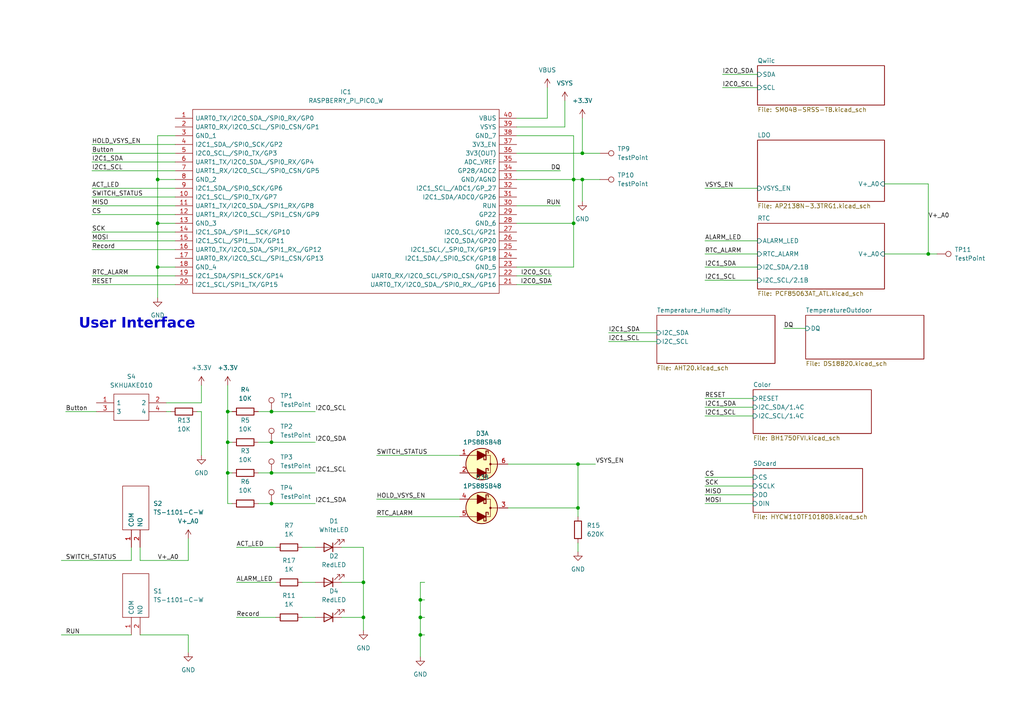
<source format=kicad_sch>
(kicad_sch (version 20230121) (generator eeschema)
  (paper "A4")
  (lib_symbols
    (symbol "Connector:TestPoint" (pin_numbers hide) (pin_names (offset 0.762) hide)
      (property "Reference" "TP" (at 0 6.858 0))
      (property "Value" "TestPoint" (at 0 5.08 0))
      (symbol "TestPoint_0_1"
        (circle (center 0 3.302) (radius 0.762))
      )
      (symbol "TestPoint_1_1"
        (pin passive line (at 0 0 90) (length 2.54) (name "1") (number "1"))
      )
    )
    (symbol "Device:LED" (pin_numbers hide) (pin_names (offset 1.016) hide)
      (property "Reference" "D" (at 0 2.54 0))
      (property "Value" "LED" (at 0 -2.54 0))
      (symbol "LED_0_1"
        (polyline (pts (xy -1.27 -1.27) (xy -1.27 1.27)) (stroke (width 0.254)))
        (polyline (pts (xy -1.27 0) (xy 1.27 0)))
        (polyline (pts (xy 1.27 -1.27) (xy 1.27 1.27) (xy -1.27 0) (xy 1.27 -1.27)) (stroke (width 0.254)))
        (polyline (pts (xy -3.048 -0.762) (xy -4.572 -2.286) (xy -3.81 -2.286) (xy -4.572 -2.286) (xy -4.572 -1.524)))
        (polyline (pts (xy -1.778 -0.762) (xy -3.302 -2.286) (xy -2.54 -2.286) (xy -3.302 -2.286) (xy -3.302 -1.524)))
      )
      (symbol "LED_1_1"
        (pin passive line (at -3.81 0 0) (length 2.54) (name "K") (number "1"))
        (pin passive line (at 3.81 0 180) (length 2.54) (name "A") (number "2"))
      )
    )
    (symbol "Device:R" (pin_numbers hide) (pin_names (offset 0))
      (property "Reference" "R" (at 2.032 0 90))
      (property "Value" "R" (at 0 0 90))
      (symbol "R_0_1"
        (rectangle (start -1.016 -2.54) (end 1.016 2.54) (stroke (width 0.254)))
      )
      (symbol "R_1_1"
        (pin passive line (at 0 3.81 270) (length 1.27) (name "~") (number "1"))
        (pin passive line (at 0 -3.81 90) (length 1.27) (name "~") (number "2"))
      )
    )
    (symbol "PCM_Diode_Schottky_AKL:1PS88SB48" (pin_names (offset 1.016) hide)
      (property "Reference" "D" (at 0 8.89 0))
      (property "Value" "1PS88SB48" (at 0 6.35 0))
      (symbol "1PS88SB48_0_1"
        (polyline (pts (xy -1.27 -2.54) (xy -3.81 -2.54)))
        (polyline (pts (xy -1.27 2.54) (xy -3.81 2.54)))
        (polyline (pts (xy 1.27 -3.81) (xy 1.27 -1.27)) (stroke (width 0.254)))
        (polyline (pts (xy 1.27 1.27) (xy 1.27 3.81)) (stroke (width 0.254)))
        (polyline (pts (xy 5.08 0) (xy 2.54 0)))
        (polyline (pts (xy 1.27 -2.54) (xy 2.54 -2.54) (xy 2.54 2.54) (xy 1.27 2.54)))
        (circle (center 0 0) (radius 4.572) (stroke (width 0.254)) (fill (type background)))
        (circle (center 2.54 0) (radius 0.254) (fill (type outline)))
      )
      (symbol "1PS88SB48_1_1"
        (polyline (pts (xy -1.27 -2.54) (xy 1.27 -2.54)))
        (polyline (pts (xy -1.27 2.54) (xy 1.27 2.54)))
        (polyline (pts (xy 1.27 -3.81) (xy 1.27 -1.27)) (stroke (width 0.254)))
        (polyline (pts (xy 1.27 1.27) (xy 1.27 3.81)) (stroke (width 0.254)))
        (polyline (pts (xy -1.27 -3.81) (xy -1.27 -1.27) (xy 1.27 -2.54) (xy -1.27 -3.81)) (stroke (width 0.254)) (fill (type outline)))
        (polyline (pts (xy -1.27 1.27) (xy -1.27 3.81) (xy 1.27 2.54) (xy -1.27 1.27)) (stroke (width 0.254)) (fill (type outline)))
        (polyline (pts (xy 0.635 -3.175) (xy 0.635 -3.81) (xy 1.27 -3.81) (xy 1.27 -1.27) (xy 1.905 -1.27) (xy 1.905 -1.905)) (stroke (width 0.254)))
        (polyline (pts (xy 0.635 1.905) (xy 0.635 1.27) (xy 1.27 1.27) (xy 1.27 3.81) (xy 1.905 3.81) (xy 1.905 3.175)) (stroke (width 0.254)))
        (pin passive line (at -6.35 2.54 0) (length 2.54) (name "A1") (number "1"))
        (pin passive line (at -6.35 -2.54 0) (length 2.54) (name "A1") (number "2"))
        (pin passive line (at 7.62 0 180) (length 2.54) (name "K1") (number "6"))
      )
      (symbol "1PS88SB48_2_1"
        (polyline (pts (xy -1.27 -2.54) (xy 1.27 -2.54)))
        (polyline (pts (xy -1.27 2.54) (xy 1.27 2.54)))
        (polyline (pts (xy 1.27 -3.81) (xy 1.27 -1.27)) (stroke (width 0.254)))
        (polyline (pts (xy 1.27 1.27) (xy 1.27 3.81)) (stroke (width 0.254)))
        (polyline (pts (xy -1.27 -3.81) (xy -1.27 -1.27) (xy 1.27 -2.54) (xy -1.27 -3.81)) (stroke (width 0.254)) (fill (type outline)))
        (polyline (pts (xy -1.27 1.27) (xy -1.27 3.81) (xy 1.27 2.54) (xy -1.27 1.27)) (stroke (width 0.254)) (fill (type outline)))
        (polyline (pts (xy 0.635 -3.175) (xy 0.635 -3.81) (xy 1.27 -3.81) (xy 1.27 -1.27) (xy 1.905 -1.27) (xy 1.905 -1.905)) (stroke (width 0.254)))
        (polyline (pts (xy 0.635 1.905) (xy 0.635 1.27) (xy 1.27 1.27) (xy 1.27 3.81) (xy 1.905 3.81) (xy 1.905 3.175)) (stroke (width 0.254)))
        (pin passive line (at 7.62 0 180) (length 2.54) (name "K2") (number "3"))
        (pin passive line (at -6.35 2.54 0) (length 2.54) (name "A2") (number "4"))
        (pin passive line (at -6.35 -2.54 0) (length 2.54) (name "A2") (number "5"))
      )
    )
    (symbol "RASPBERRY_PI_PICO_W:RASPBERRY_PI_PICO_W" (pin_names (offset 0.762))
      (property "Reference" "IC" (at 95.25 7.62 0))
      (property "Value" "RASPBERRY_PI_PICO_W" (at 95.25 5.08 0))
      (symbol "RASPBERRY_PI_PICO_W_0_0"
        (pin passive line (at 0 0 0) (length 5.08) (name "UART0_TX/I2C0_SDA_/SPI0_RX/GP0") (number "1"))
        (pin passive line (at 0 -22.86 0) (length 5.08) (name "I2C1_SCL_/SPI0_TX/GP7") (number "10"))
        (pin passive line (at 0 -25.4 0) (length 5.08) (name "UART1_TX/I2C0_SDA_/SPI1_RX/GP8") (number "11"))
        (pin passive line (at 0 -27.94 0) (length 5.08) (name "UART1_RX/I2C0_SCL_/SPI1_CSN/GP9") (number "12"))
        (pin passive line (at 0 -30.48 0) (length 5.08) (name "GND_3") (number "13"))
        (pin passive line (at 0 -33.02 0) (length 5.08) (name "I2C1_SDA_/SPI1__SCK/GP10") (number "14"))
        (pin passive line (at 0 -35.56 0) (length 5.08) (name "I2C1_SCL_/SPI1__TX/GP11") (number "15"))
        (pin passive line (at 0 -38.1 0) (length 5.08) (name "UART0_TX/I2C0_SDA_/SPI1_RX_/GP12") (number "16"))
        (pin passive line (at 0 -40.64 0) (length 5.08) (name "UART0_RX/I2C0_SCL_/SPI1_CSN/GP13") (number "17"))
        (pin passive line (at 0 -43.18 0) (length 5.08) (name "GND_4") (number "18"))
        (pin passive line (at 0 -45.72 0) (length 5.08) (name "I2C1_SDA/SPI1_SCK/GP14") (number "19"))
        (pin passive line (at 0 -2.54 0) (length 5.08) (name "UART0_RX/I2C0_SCL_/SPI0_CSN/GP1") (number "2"))
        (pin passive line (at 0 -48.26 0) (length 5.08) (name "I2C1_SCL/SPI1_TX/GP15") (number "20"))
        (pin passive line (at 99.06 -48.26 180) (length 5.08) (name "UART0_TX/I2C0_SDA_/SPI0_RX_/GP16") (number "21"))
        (pin passive line (at 99.06 -45.72 180) (length 5.08) (name "UART0_RX/I2C0_SCL/SPIO_CSN/GP17") (number "22"))
        (pin passive line (at 99.06 -43.18 180) (length 5.08) (name "GND_5") (number "23"))
        (pin passive line (at 99.06 -40.64 180) (length 5.08) (name "I2C1_SDA/_SPI0_SCK/GP18") (number "24"))
        (pin passive line (at 99.06 -38.1 180) (length 5.08) (name "I2C1_SCL/_SPI0_TX/GP19") (number "25"))
        (pin passive line (at 99.06 -35.56 180) (length 5.08) (name "I2C0_SDA/GP20") (number "26"))
        (pin passive line (at 99.06 -33.02 180) (length 5.08) (name "I2C0_SCL/GP21") (number "27"))
        (pin passive line (at 99.06 -30.48 180) (length 5.08) (name "GND_6") (number "28"))
        (pin passive line (at 99.06 -27.94 180) (length 5.08) (name "GP22") (number "29"))
        (pin passive line (at 0 -5.08 0) (length 5.08) (name "GND_1") (number "3"))
        (pin passive line (at 99.06 -25.4 180) (length 5.08) (name "RUN") (number "30"))
        (pin passive line (at 99.06 -22.86 180) (length 5.08) (name "I2C1_SDA/ADC0/GP26") (number "31"))
        (pin passive line (at 99.06 -20.32 180) (length 5.08) (name "I2C1_SCL_/ADC1/GP_27") (number "32"))
        (pin passive line (at 99.06 -17.78 180) (length 5.08) (name "GND/AGND") (number "33"))
        (pin passive line (at 99.06 -15.24 180) (length 5.08) (name "GP28/ADC2") (number "34"))
        (pin passive line (at 99.06 -12.7 180) (length 5.08) (name "ADC_VREF") (number "35"))
        (pin passive line (at 99.06 -10.16 180) (length 5.08) (name "3V3(OUT)") (number "36"))
        (pin passive line (at 99.06 -7.62 180) (length 5.08) (name "3V3_EN") (number "37"))
        (pin passive line (at 99.06 -5.08 180) (length 5.08) (name "GND_7") (number "38"))
        (pin passive line (at 99.06 -2.54 180) (length 5.08) (name "VSYS") (number "39"))
        (pin passive line (at 0 -7.62 0) (length 5.08) (name "I2C1_SDA_/SPI0_SCK/GP2") (number "4"))
        (pin passive line (at 99.06 0 180) (length 5.08) (name "VBUS") (number "40"))
        (pin passive line (at 0 -10.16 0) (length 5.08) (name "I2C0_SCL_/SPI0_TX/GP3") (number "5"))
        (pin passive line (at 0 -12.7 0) (length 5.08) (name "UART1_TX/I2C0_SDA_/SPI0_RX/GP4") (number "6"))
        (pin passive line (at 0 -15.24 0) (length 5.08) (name "UART1_RX/I2C0_SCL_/SPI0_CSN/GP5") (number "7"))
        (pin passive line (at 0 -17.78 0) (length 5.08) (name "GND_2") (number "8"))
        (pin passive line (at 0 -20.32 0) (length 5.08) (name "I2C1_SDA_/SPI0_SCK/GP6") (number "9"))
      )
      (symbol "RASPBERRY_PI_PICO_W_0_1"
        (polyline (pts (xy 5.08 2.54) (xy 93.98 2.54) (xy 93.98 -50.8) (xy 5.08 -50.8) (xy 5.08 2.54)) (stroke (width 0.1524)))
      )
    )
    (symbol "SKHUAKE010:SKHUAKE010" (pin_names (offset 0.762))
      (property "Reference" "S" (at 16.51 7.62 0))
      (property "Value" "SKHUAKE010" (at 16.51 5.08 0))
      (symbol "SKHUAKE010_0_0"
        (pin passive line (at 0 0 0) (length 5.08) (name "1") (number "1"))
        (pin passive line (at 20.32 0 180) (length 5.08) (name "2") (number "2"))
        (pin passive line (at 0 -2.54 0) (length 5.08) (name "3") (number "3"))
        (pin passive line (at 20.32 -2.54 180) (length 5.08) (name "4") (number "4"))
      )
      (symbol "SKHUAKE010_0_1"
        (polyline (pts (xy 5.08 2.54) (xy 15.24 2.54) (xy 15.24 -5.08) (xy 5.08 -5.08) (xy 5.08 2.54)) (stroke (width 0.1524)))
      )
    )
    (symbol "TS-1101-C-W:TS-1101-C-W" (pin_names (offset 0.762))
      (property "Reference" "S" (at 19.05 7.62 0))
      (property "Value" "TS-1101-C-W" (at 19.05 5.08 0))
      (symbol "TS-1101-C-W_0_0"
        (pin passive line (at 0 0 0) (length 5.08) (name "COM") (number "1"))
        (pin passive line (at 0 -2.54 0) (length 5.08) (name "NO") (number "2"))
      )
      (symbol "TS-1101-C-W_0_1"
        (polyline (pts (xy 5.08 2.54) (xy 17.78 2.54) (xy 17.78 -5.08) (xy 5.08 -5.08) (xy 5.08 2.54)) (stroke (width 0.1524)))
      )
    )
    (symbol "power:+3.3V" (power) (pin_names (offset 0))
      (property "Value" "+3.3V" (at 0 3.556 0))
      (symbol "+3.3V_0_1"
        (polyline (pts (xy -0.762 1.27) (xy 0 2.54)))
        (polyline (pts (xy 0 0) (xy 0 2.54)))
        (polyline (pts (xy 0 2.54) (xy 0.762 1.27)))
      )
      (symbol "+3.3V_1_1"
        (pin power_in line (at 0 0 90) (length 0) hide (name "+3.3V") (number "1"))
      )
    )
    (symbol "power:GND" (power) (pin_names (offset 0))
      (property "Value" "GND" (at 0 -3.81 0))
      (symbol "GND_0_1"
        (polyline (pts (xy 0 0) (xy 0 -1.27) (xy 1.27 -1.27) (xy 0 -2.54) (xy -1.27 -1.27) (xy 0 -1.27)))
      )
      (symbol "GND_1_1"
        (pin power_in line (at 0 0 270) (length 0) hide (name "GND") (number "1"))
      )
    )
    (symbol "power:VBUS" (power) (pin_names (offset 0))
      (property "Value" "VBUS" (at 0 3.81 0))
      (symbol "VBUS_0_1"
        (polyline (pts (xy -0.762 1.27) (xy 0 2.54)))
        (polyline (pts (xy 0 0) (xy 0 2.54)))
        (polyline (pts (xy 0 2.54) (xy 0.762 1.27)))
      )
      (symbol "VBUS_1_1"
        (pin power_in line (at 0 0 90) (length 0) hide (name "VBUS") (number "1"))
      )
    )
    (symbol "power_vsys:V+_A0" (power) (pin_names (offset 0))
      (property "Value" "V+_A0" (at 0 3.81 0))
      (symbol "V+_A0_0_1"
        (polyline (pts (xy -0.762 1.27) (xy 0 2.54)))
        (polyline (pts (xy 0 0) (xy 0 2.54)))
        (polyline (pts (xy 0 2.54) (xy 0.762 1.27)))
      )
      (symbol "V+_A0_1_1"
        (pin power_in line (at 0 0 90) (length 0) hide (name "V+_A0") (number "1"))
      )
    )
    (symbol "power_vsys:VSYS" (power) (pin_names (offset 0))
      (property "Value" "VSYS" (at 0 3.81 0))
      (symbol "VSYS_0_1"
        (polyline (pts (xy -0.762 1.27) (xy 0 2.54)))
        (polyline (pts (xy 0 0) (xy 0 2.54)))
        (polyline (pts (xy 0 2.54) (xy 0.762 1.27)))
      )
      (symbol "VSYS_1_1"
        (pin power_in line (at 0 0 90) (length 0) hide (name "VSYS") (number "1"))
      )
    )
  )
  (junction (at 66.04 137.16))
  (junction (at 121.92 179.07))
  (junction (at 105.41 168.91))
  (junction (at 269.24 73.66))
  (junction (at 66.04 119.38))
  (junction (at 78.74 128.27))
  (junction (at 166.37 52.07))
  (junction (at 121.92 173.99))
  (junction (at 45.72 52.07))
  (junction (at 45.72 64.77))
  (junction (at 78.74 137.16))
  (junction (at 166.37 64.77))
  (junction (at 66.04 128.27))
  (junction (at 167.64 134.62))
  (junction (at 78.74 146.05))
  (junction (at 167.64 147.32))
  (junction (at 105.41 179.07))
  (junction (at 45.72 77.47))
  (junction (at 168.91 44.45))
  (junction (at 78.74 119.38))
  (junction (at 121.92 184.15))
  (junction (at 168.91 52.07))
  (wire (pts (xy 204.47 54.61) (xy 219.71 54.61)))
  (wire (pts (xy 204.47 115.57) (xy 218.44 115.57)))
  (wire (pts (xy 40.64 158.75) (xy 40.64 162.56)))
  (wire (pts (xy 66.04 119.38) (xy 66.04 128.27)))
  (wire (pts (xy 99.06 158.75) (xy 105.41 158.75)))
  (wire (pts (xy 68.58 168.91) (xy 80.01 168.91)))
  (wire (pts (xy 105.41 179.07) (xy 105.41 182.88)))
  (wire (pts (xy 269.24 73.66) (xy 256.54 73.66)))
  (wire (pts (xy 45.72 64.77) (xy 50.8 64.77)))
  (wire (pts (xy 176.53 99.06) (xy 190.5 99.06)))
  (wire (pts (xy 68.58 179.07) (xy 80.01 179.07)))
  (wire (pts (xy 109.22 132.08) (xy 133.35 132.08)))
  (wire (pts (xy 167.64 157.48) (xy 167.64 160.02)))
  (wire (pts (xy 78.74 137.16) (xy 91.44 137.16)))
  (wire (pts (xy 149.86 77.47) (xy 166.37 77.47)))
  (wire (pts (xy 45.72 77.47) (xy 45.72 86.36)))
  (wire (pts (xy 158.75 34.29) (xy 158.75 25.4)))
  (wire (pts (xy 105.41 168.91) (xy 105.41 179.07)))
  (wire (pts (xy 209.55 21.59) (xy 219.71 21.59)))
  (wire (pts (xy 78.74 146.05) (xy 91.44 146.05)))
  (wire (pts (xy 78.74 119.38) (xy 91.44 119.38)))
  (wire (pts (xy 26.67 44.45) (xy 50.8 44.45)))
  (wire (pts (xy 149.86 52.07) (xy 166.37 52.07)))
  (wire (pts (xy 26.67 67.31) (xy 50.8 67.31)))
  (wire (pts (xy 66.04 137.16) (xy 66.04 146.05)))
  (wire (pts (xy 204.47 69.85) (xy 219.71 69.85)))
  (wire (pts (xy 256.54 53.34) (xy 269.24 53.34)))
  (wire (pts (xy 87.63 168.91) (xy 91.44 168.91)))
  (wire (pts (xy 149.86 39.37) (xy 166.37 39.37)))
  (wire (pts (xy 99.06 168.91) (xy 105.41 168.91)))
  (wire (pts (xy 149.86 59.69) (xy 162.56 59.69)))
  (wire (pts (xy 26.67 59.69) (xy 50.8 59.69)))
  (wire (pts (xy 149.86 64.77) (xy 166.37 64.77)))
  (wire (pts (xy 26.67 41.91) (xy 50.8 41.91)))
  (wire (pts (xy 45.72 39.37) (xy 45.72 52.07)))
  (wire (pts (xy 66.04 137.16) (xy 67.31 137.16)))
  (wire (pts (xy 87.63 179.07) (xy 91.44 179.07)))
  (wire (pts (xy 172.72 134.62) (xy 167.64 134.62)))
  (wire (pts (xy 166.37 39.37) (xy 166.37 52.07)))
  (wire (pts (xy 66.04 119.38) (xy 67.31 119.38)))
  (wire (pts (xy 26.67 54.61) (xy 50.8 54.61)))
  (wire (pts (xy 121.92 184.15) (xy 121.92 190.5)))
  (wire (pts (xy 57.15 119.38) (xy 58.42 119.38)))
  (wire (pts (xy 121.92 173.99) (xy 121.92 179.07)))
  (wire (pts (xy 66.04 146.05) (xy 67.31 146.05)))
  (wire (pts (xy 105.41 158.75) (xy 105.41 168.91)))
  (wire (pts (xy 121.92 179.07) (xy 121.92 184.15)))
  (wire (pts (xy 167.64 147.32) (xy 167.64 149.86)))
  (wire (pts (xy 74.93 146.05) (xy 78.74 146.05)))
  (wire (pts (xy 204.47 120.65) (xy 218.44 120.65)))
  (wire (pts (xy 204.47 73.66) (xy 219.71 73.66)))
  (wire (pts (xy 176.53 96.52) (xy 190.5 96.52)))
  (wire (pts (xy 26.67 82.55) (xy 50.8 82.55)))
  (wire (pts (xy 66.04 128.27) (xy 66.04 137.16)))
  (wire (pts (xy 204.47 146.05) (xy 218.44 146.05)))
  (wire (pts (xy 48.26 116.84) (xy 58.42 116.84)))
  (wire (pts (xy 26.67 69.85) (xy 50.8 69.85)))
  (wire (pts (xy 45.72 64.77) (xy 45.72 77.47)))
  (wire (pts (xy 26.67 57.15) (xy 50.8 57.15)))
  (wire (pts (xy 54.61 184.15) (xy 54.61 189.23)))
  (wire (pts (xy 54.61 156.21) (xy 54.61 162.56)))
  (wire (pts (xy 163.83 36.83) (xy 163.83 29.21)))
  (wire (pts (xy 26.67 72.39) (xy 50.8 72.39)))
  (wire (pts (xy 166.37 52.07) (xy 168.91 52.07)))
  (wire (pts (xy 38.1 158.75) (xy 38.1 162.56)))
  (wire (pts (xy 166.37 64.77) (xy 166.37 52.07)))
  (wire (pts (xy 204.47 140.97) (xy 218.44 140.97)))
  (wire (pts (xy 109.22 144.78) (xy 133.35 144.78)))
  (wire (pts (xy 45.72 77.47) (xy 50.8 77.47)))
  (wire (pts (xy 121.92 168.91) (xy 121.92 173.99)))
  (wire (pts (xy 66.04 111.76) (xy 66.04 119.38)))
  (wire (pts (xy 147.32 147.32) (xy 167.64 147.32)))
  (wire (pts (xy 74.93 119.38) (xy 78.74 119.38)))
  (wire (pts (xy 17.78 184.15) (xy 38.1 184.15)))
  (wire (pts (xy 26.67 62.23) (xy 50.8 62.23)))
  (wire (pts (xy 149.86 36.83) (xy 163.83 36.83)))
  (wire (pts (xy 26.67 80.01) (xy 50.8 80.01)))
  (wire (pts (xy 227.33 95.25) (xy 233.68 95.25)))
  (wire (pts (xy 26.67 46.99) (xy 50.8 46.99)))
  (wire (pts (xy 166.37 77.47) (xy 166.37 64.77)))
  (wire (pts (xy 167.64 147.32) (xy 167.64 134.62)))
  (wire (pts (xy 40.64 162.56) (xy 54.61 162.56)))
  (wire (pts (xy 269.24 73.66) (xy 271.78 73.66)))
  (wire (pts (xy 209.55 25.4) (xy 219.71 25.4)))
  (wire (pts (xy 74.93 137.16) (xy 78.74 137.16)))
  (wire (pts (xy 121.92 179.07) (xy 123.19 179.07)))
  (wire (pts (xy 168.91 44.45) (xy 173.99 44.45)))
  (wire (pts (xy 149.86 80.01) (xy 160.02 80.01)))
  (wire (pts (xy 50.8 39.37) (xy 45.72 39.37)))
  (wire (pts (xy 87.63 158.75) (xy 91.44 158.75)))
  (wire (pts (xy 74.93 128.27) (xy 78.74 128.27)))
  (wire (pts (xy 78.74 128.27) (xy 91.44 128.27)))
  (wire (pts (xy 204.47 118.11) (xy 218.44 118.11)))
  (wire (pts (xy 109.22 149.86) (xy 133.35 149.86)))
  (wire (pts (xy 204.47 138.43) (xy 218.44 138.43)))
  (wire (pts (xy 58.42 116.84) (xy 58.42 111.76)))
  (wire (pts (xy 168.91 44.45) (xy 168.91 34.29)))
  (wire (pts (xy 168.91 52.07) (xy 173.99 52.07)))
  (wire (pts (xy 66.04 128.27) (xy 67.31 128.27)))
  (wire (pts (xy 149.86 82.55) (xy 160.02 82.55)))
  (wire (pts (xy 48.26 119.38) (xy 49.53 119.38)))
  (wire (pts (xy 147.32 134.62) (xy 167.64 134.62)))
  (wire (pts (xy 149.86 34.29) (xy 158.75 34.29)))
  (wire (pts (xy 17.78 162.56) (xy 38.1 162.56)))
  (wire (pts (xy 204.47 77.47) (xy 219.71 77.47)))
  (wire (pts (xy 149.86 49.53) (xy 162.56 49.53)))
  (wire (pts (xy 121.92 173.99) (xy 123.19 173.99)))
  (wire (pts (xy 123.19 168.91) (xy 121.92 168.91)))
  (wire (pts (xy 26.67 49.53) (xy 50.8 49.53)))
  (wire (pts (xy 40.64 184.15) (xy 54.61 184.15)))
  (wire (pts (xy 121.92 184.15) (xy 123.19 184.15)))
  (wire (pts (xy 68.58 158.75) (xy 80.01 158.75)))
  (wire (pts (xy 149.86 44.45) (xy 168.91 44.45)))
  (wire (pts (xy 19.05 119.38) (xy 27.94 119.38)))
  (wire (pts (xy 204.47 143.51) (xy 218.44 143.51)))
  (wire (pts (xy 99.06 179.07) (xy 105.41 179.07)))
  (wire (pts (xy 50.8 52.07) (xy 45.72 52.07)))
  (wire (pts (xy 58.42 119.38) (xy 58.42 132.08)))
  (wire (pts (xy 204.47 81.28) (xy 219.71 81.28)))
  (wire (pts (xy 45.72 52.07) (xy 45.72 64.77)))
  (wire (pts (xy 269.24 53.34) (xy 269.24 73.66)))
  (wire (pts (xy 168.91 52.07) (xy 168.91 58.42)))
  (text "User Interface" (at 22.86 96.52 0) (effects (font (size 3 3) (thickness 1) bold) (justify left bottom)))
  (label "I2C1_SCL" (at 204.47 81.28 0))
  (label "Record" (at 68.58 179.07 0))
  (label "I2C1_SDA" (at 91.44 146.05 0))
  (label "I2C0_SCL" (at 91.44 119.38 0))
  (label "ACT_LED" (at 68.58 158.75 0))
  (label "RESET" (at 204.47 115.57 0))
  (label "V+_A0" (at 45.72 162.56 0))
  (label "RTC_ALARM" (at 26.67 80.01 0))
  (label "HOLD_VSYS_EN" (at 26.67 41.91 0))
  (label "VSYS_EN" (at 204.47 54.61 0))
  (label "RTC_ALARM" (at 109.22 149.86 0))
  (label "Record" (at 26.67 72.39 0))
  (label "ACT_LED" (at 26.67 54.61 0))
  (label "MISO" (at 204.47 143.51 0))
  (label "I2C1_SCL" (at 204.47 120.65 0))
  (label "I2C1_SDA" (at 176.53 96.52 0))
  (label "ALARM_LED" (at 204.47 69.85 0))
  (label "ALARM_LED" (at 68.58 168.91 0))
  (label "DQ" (at 227.33 95.25 0))
  (label "I2C1_SDA" (at 204.47 118.11 0))
  (label "SWITCH_STATUS" (at 19.05 162.56 0))
  (label "SWITCH_STATUS" (at 26.67 57.15 0))
  (label "I2C0_SCL" (at 209.55 25.4 0))
  (label "I2C0_SDA" (at 160.02 82.55 180))
  (label "MISO" (at 26.67 59.69 0))
  (label "RTC_ALARM" (at 204.47 73.66 0))
  (label "SWITCH_STATUS" (at 109.22 132.08 0))
  (label "I2C1_SCL" (at 26.67 49.53 0))
  (label "MOSI" (at 204.47 146.05 0))
  (label "RESET" (at 26.67 82.55 0))
  (label "I2C1_SDA" (at 204.47 77.47 0))
  (label "RUN" (at 19.05 184.15 0))
  (label "HOLD_VSYS_EN" (at 109.22 144.78 0))
  (label "VSYS_EN" (at 172.72 134.62 0))
  (label "MOSI" (at 26.67 69.85 0))
  (label "DQ" (at 162.56 49.53 180))
  (label "RUN" (at 162.56 59.69 180))
  (label "CS" (at 26.67 62.23 0))
  (label "Button" (at 26.67 44.45 0))
  (label "CS" (at 204.47 138.43 0))
  (label "I2C0_SDA" (at 209.55 21.59 0))
  (label "I2C1_SCL" (at 91.44 137.16 0))
  (label "I2C1_SCL" (at 176.53 99.06 0))
  (label "V+_A0" (at 269.24 63.5 0))
  (label "I2C0_SCL" (at 160.02 80.01 180))
  (label "I2C1_SDA" (at 26.67 46.99 0))
  (label "I2C0_SDA" (at 91.44 128.27 0))
  (label "SCK" (at 26.67 67.31 0))
  (label "SCK" (at 204.47 140.97 0))
  (label "Button" (at 19.05 119.38 0))
  (symbol (lib_id "Connector:TestPoint") (at 173.99 52.07 270) (unit 1)
    (property "Reference" "TP10" (at 179.07 50.8 90) (effects (justify left)))
    (property "Value" "TestPoint" (at 179.07 53.34 90) (effects (justify left)))
    (property "Footprint" "TestPoint:TestPoint_Pad_D1.0mm" (effects hide))
  )
  (symbol (lib_id "power:GND") (at 168.91 58.42 0) (unit 1)
    (property "Reference" "#PWR029" (effects hide))
    (property "Value" "GND" (at 168.91 63.5 0))
  )
  (symbol (lib_id "PCM_Diode_Schottky_AKL:1PS88SB48") (at 139.7 147.32 0) (unit 2)
    (property "Reference" "D3" (at 139.8905 138.43 0))
    (property "Value" "1PS88SB48" (at 139.8905 140.97 0))
    (property "Footprint" "Package_TO_SOT_SMD:SOT-363_SC-70-6" (effects hide))
    (property "Datasheet" "https://www.tme.eu/Document/efcb48e084f0b780c9b8a2cd336b0d4b/BAS40_1PSXXSB4X_SER.pdf" (effects hide))
  )
  (symbol (lib_id "Connector:TestPoint") (at 78.74 137.16 0) (unit 1)
    (property "Reference" "TP3" (at 81.28 132.588 0) (effects (justify left)))
    (property "Value" "TestPoint" (at 81.28 135.128 0) (effects (justify left)))
    (property "Footprint" "TestPoint:TestPoint_Pad_D1.0mm" (effects hide))
  )
  (symbol (lib_id "RASPBERRY_PI_PICO_W:RASPBERRY_PI_PICO_W") (at 50.8 34.29 0) (unit 1)
    (property "Reference" "IC1" (at 100.33 26.67 0))
    (property "Value" "RASPBERRY_PI_PICO_W" (at 100.33 29.21 0))
    (property "Footprint" "PICO_W:RASPBERRYPIPICOW" (effects hide))
    (property "Datasheet" "https://datasheets.raspberrypi.com/picow/pico-w-datasheet.pdf" (effects hide))
    (property "Description" "RASPBERRY-PI - RASPBERRY PI PICO W - Raspberry Pi Board, Raspberry Pi Pico W, RP2040, 32bit, ARM Cortex-M0+" (effects hide))
    (property "Height" "1" (effects hide))
    (property "Manufacturer_Name" "RASPBERRY-PI" (effects hide))
    (property "Manufacturer_Part_Number" "RASPBERRY PI PICO W" (effects hide))
  )
  (symbol (lib_id "Device:R") (at 83.82 158.75 90) (unit 1)
    (property "Reference" "R7" (at 83.82 152.4128 90))
    (property "Value" "1K" (at 83.82 154.9528 90))
    (property "Footprint" "Resistor_SMD:R_0603_1608Metric" (effects hide))
    (property "Manufacturer_Part_Number" "0603WAF1001T5E" (effects hide))
  )
  (symbol (lib_id "Device:R") (at 83.82 179.07 90) (unit 1)
    (property "Reference" "R11" (at 83.82 172.7328 90))
    (property "Value" "1K" (at 83.82 175.2728 90))
    (property "Footprint" "Resistor_SMD:R_0603_1608Metric" (effects hide))
    (property "Manufacturer_Part_Number" "0603WAF1001T5E" (effects hide))
  )
  (symbol (lib_id "Connector:TestPoint") (at 78.74 128.27 0) (unit 1)
    (property "Reference" "TP2" (at 81.28 123.698 0) (effects (justify left)))
    (property "Value" "TestPoint" (at 81.28 126.238 0) (effects (justify left)))
    (property "Footprint" "TestPoint:TestPoint_Pad_D1.0mm" (effects hide))
  )
  (symbol (lib_id "power:VBUS") (at 158.75 25.4 0) (unit 1)
    (property "Reference" "#PWR06" (effects hide))
    (property "Value" "VBUS" (at 158.75 20.32 0))
  )
  (symbol (lib_id "power:GND") (at 121.92 190.5 0) (unit 1)
    (property "Reference" "#PWR018" (effects hide))
    (property "Value" "GND" (at 121.92 195.58 0))
  )
  (symbol (lib_id "power:GND") (at 45.72 86.36 0) (unit 1)
    (property "Reference" "#PWR030" (effects hide))
    (property "Value" "GND" (at 45.72 91.44 0))
  )
  (symbol (lib_id "Device:LED") (at 95.25 158.75 180) (unit 1)
    (property "Reference" "D1" (at 96.8375 151.13 0))
    (property "Value" "WhiteLED" (at 96.8375 153.67 0))
    (property "Footprint" "LED_SMD:LED_0603_1608Metric" (effects hide))
    (property "Manufacturer_Part_Number" "SML-E12V8WT86" (effects hide))
  )
  (symbol (lib_id "Connector:TestPoint") (at 173.99 44.45 270) (unit 1)
    (property "Reference" "TP9" (at 179.07 43.18 90) (effects (justify left)))
    (property "Value" "TestPoint" (at 179.07 45.72 90) (effects (justify left)))
    (property "Footprint" "TestPoint:TestPoint_Pad_D1.0mm" (effects hide))
  )
  (symbol (lib_id "PCM_Diode_Schottky_AKL:1PS88SB48") (at 139.7 134.62 0) (unit 1)
    (property "Reference" "D3" (at 139.8905 125.73 0))
    (property "Value" "1PS88SB48" (at 139.8905 128.27 0))
    (property "Footprint" "Package_TO_SOT_SMD:SOT-363_SC-70-6" (effects hide))
    (property "Datasheet" "https://www.tme.eu/Document/efcb48e084f0b780c9b8a2cd336b0d4b/BAS40_1PSXXSB4X_SER.pdf" (effects hide))
  )
  (symbol (lib_id "power:GND") (at 167.64 160.02 0) (unit 1)
    (property "Reference" "#PWR026" (effects hide))
    (property "Value" "GND" (at 167.64 165.1 0))
  )
  (symbol (lib_id "Device:R") (at 71.12 119.38 270) (unit 1)
    (property "Reference" "R4" (at 71.12 113.03 90))
    (property "Value" "10K" (at 71.12 115.57 90))
    (property "Footprint" "Resistor_SMD:R_0603_1608Metric" (effects hide))
    (property "Manufacturer_Part_Number" "0603WAF1002T5E" (effects hide))
  )
  (symbol (lib_id "Device:R") (at 71.12 146.05 270) (unit 1)
    (property "Reference" "R6" (at 71.12 139.7 90))
    (property "Value" "10K" (at 71.12 142.24 90))
    (property "Footprint" "Resistor_SMD:R_0603_1608Metric" (effects hide))
    (property "Manufacturer_Part_Number" "0603WAF1002T5E" (effects hide))
  )
  (symbol (lib_id "Connector:TestPoint") (at 78.74 146.05 0) (unit 1)
    (property "Reference" "TP4" (at 81.28 141.478 0) (effects (justify left)))
    (property "Value" "TestPoint" (at 81.28 144.018 0) (effects (justify left)))
    (property "Footprint" "TestPoint:TestPoint_Pad_D1.0mm" (effects hide))
  )
  (symbol (lib_id "SKHUAKE010:SKHUAKE010") (at 27.94 116.84 0) (unit 1)
    (property "Reference" "S4" (at 38.1 109.22 0))
    (property "Value" "SKHUAKE010" (at 38.1 111.76 0))
    (property "Footprint" "SKHUAKE010:SKHUAKE010" (effects hide))
    (property "Datasheet" "https://www.alps.com/prod/info/E/HTML/Tact/SurfaceMount/SKHU/SKHUAKE010.html" (effects hide))
    (property "Description" "Green Button Tactile Switch, SPST-NO 50 mA 0.5mm Surface Mount" (effects hide))
    (property "Height" "2" (effects hide))
    (property "Manufacturer_Name" "ALPS Electric" (effects hide))
    (property "Manufacturer_Part_Number" "SKHUAKE010" (effects hide))
    (property "Mouser Part Number" "688-SKHUAKE010" (effects hide))
    (property "Mouser Price/Stock" "https://www.mouser.co.uk/ProductDetail/Alps-Alpine/SKHUAKE010?qs=6EGMNY9ZYDQRt5Rwoijq3w%3D%3D" (effects hide))
  )
  (symbol (lib_id "Connector:TestPoint") (at 271.78 73.66 270) (unit 1)
    (property "Reference" "TP11" (at 276.86 72.39 90) (effects (justify left)))
    (property "Value" "TestPoint" (at 276.86 74.93 90) (effects (justify left)))
    (property "Footprint" "TestPoint:TestPoint_Pad_D1.0mm" (effects hide))
  )
  (symbol (lib_id "power:+3.3V") (at 66.04 111.76 0) (unit 1)
    (property "Reference" "#PWR09" (effects hide))
    (property "Value" "+3.3V" (at 66.04 106.68 0))
  )
  (symbol (lib_id "Device:R") (at 71.12 137.16 270) (unit 1)
    (property "Reference" "R3" (at 71.12 130.81 90))
    (property "Value" "10K" (at 71.12 133.35 90))
    (property "Footprint" "Resistor_SMD:R_0603_1608Metric" (effects hide))
    (property "Manufacturer_Part_Number" "0603WAF1002T5E" (effects hide))
  )
  (symbol (lib_id "power_vsys:V+_A0") (at 54.61 156.21 0) (unit 1)
    (property "Reference" "#PWR024" (effects hide))
    (property "Value" "V+_A0" (at 54.61 151.13 0))
  )
  (symbol (lib_id "TS-1101-C-W:TS-1101-C-W") (at 38.1 158.75 90) (unit 1)
    (property "Reference" "S2" (at 44.45 146.05 90) (effects (justify right)))
    (property "Value" "TS-1101-C-W" (at 44.45 148.59 90) (effects (justify right)))
    (property "Footprint" "TS-1101-C-W:TS1101CW" (effects hide))
    (property "Datasheet" "http://www.helloxkb.com/public/images/pdf/TS-1101-X-X.pdf" (effects hide))
    (property "Description" "tact switch 3x6x2.5 stick flat foot white button 260GF" (effects hide))
    (property "Height" "2.6" (effects hide))
    (property "Manufacturer_Name" "XKB Connectivity" (effects hide))
    (property "Manufacturer_Part_Number" "TS-1101-C-W" (effects hide))
  )
  (symbol (lib_id "Device:LED") (at 95.25 179.07 180) (unit 1)
    (property "Reference" "D4" (at 96.8375 171.45 0))
    (property "Value" "RedLED" (at 96.8375 173.99 0))
    (property "Footprint" "LED_SMD:LED_0603_1608Metric" (effects hide))
    (property "Manufacturer_Part_Number" "XL-1608VRC-06" (effects hide))
  )
  (symbol (lib_id "Connector:TestPoint") (at 78.74 119.38 0) (unit 1)
    (property "Reference" "TP1" (at 81.28 114.808 0) (effects (justify left)))
    (property "Value" "TestPoint" (at 81.28 117.348 0) (effects (justify left)))
    (property "Footprint" "TestPoint:TestPoint_Pad_D1.0mm" (effects hide))
  )
  (symbol (lib_id "power_vsys:VSYS") (at 163.83 29.21 0) (unit 1)
    (property "Reference" "#PWR07" (effects hide))
    (property "Value" "VSYS" (at 163.83 24.13 0))
  )
  (symbol (lib_id "Device:LED") (at 95.25 168.91 180) (unit 1)
    (property "Reference" "D2" (at 96.8375 161.29 0))
    (property "Value" "RedLED" (at 96.8375 163.83 0))
    (property "Footprint" "LED_SMD:LED_0603_1608Metric" (effects hide))
    (property "Manufacturer_Part_Number" "XL-1608VRC-06" (effects hide))
  )
  (symbol (lib_id "Device:R") (at 83.82 168.91 90) (unit 1)
    (property "Reference" "R17" (at 83.82 162.5728 90))
    (property "Value" "1K" (at 83.82 165.1128 90))
    (property "Footprint" "Resistor_SMD:R_0603_1608Metric" (effects hide))
    (property "Manufacturer_Part_Number" "0603WAF1001T5E" (effects hide))
  )
  (symbol (lib_id "Device:R") (at 167.64 153.67 180) (unit 1)
    (property "Reference" "R15" (at 170.18 152.4 0) (effects (justify right)))
    (property "Value" "620K" (at 170.18 154.94 0) (effects (justify right)))
    (property "Footprint" "Resistor_SMD:R_0603_1608Metric" (effects hide))
    (property "Manufacturer_Part_Number" "0603WAF6203T5E" (effects hide))
  )
  (symbol (lib_id "power:+3.3V") (at 168.91 34.29 0) (unit 1)
    (property "Reference" "#PWR08" (effects hide))
    (property "Value" "+3.3V" (at 168.91 29.21 0))
  )
  (symbol (lib_id "power:GND") (at 105.41 182.88 0) (unit 1)
    (property "Reference" "#PWR015" (effects hide))
    (property "Value" "GND" (at 105.41 187.96 0))
  )
  (symbol (lib_id "TS-1101-C-W:TS-1101-C-W") (at 38.1 184.15 90) (unit 1)
    (property "Reference" "S1" (at 44.45 171.45 90) (effects (justify right)))
    (property "Value" "TS-1101-C-W" (at 44.45 173.99 90) (effects (justify right)))
    (property "Footprint" "TS-1101-C-W:TS1101CW" (effects hide))
    (property "Datasheet" "http://www.helloxkb.com/public/images/pdf/TS-1101-X-X.pdf" (effects hide))
    (property "Description" "tact switch 3x6x2.5 stick flat foot white button 260GF" (effects hide))
    (property "Height" "2.6" (effects hide))
    (property "Manufacturer_Name" "XKB Connectivity" (effects hide))
    (property "Manufacturer_Part_Number" "TS-1101-C-W" (effects hide))
  )
  (symbol (lib_id "power:GND") (at 58.42 132.08 0) (unit 1)
    (property "Reference" "#PWR032" (effects hide))
    (property "Value" "GND" (at 58.42 137.16 0))
  )
  (symbol (lib_id "Device:R") (at 71.12 128.27 270) (unit 1)
    (property "Reference" "R5" (at 71.12 121.92 90))
    (property "Value" "10K" (at 71.12 124.46 90))
    (property "Footprint" "Resistor_SMD:R_0603_1608Metric" (effects hide))
    (property "Manufacturer_Part_Number" "0603WAF1002T5E" (effects hide))
  )
  (symbol (lib_id "Device:R") (at 53.34 119.38 270) (unit 1)
    (property "Reference" "R13" (at 53.34 121.92 90))
    (property "Value" "10K" (at 53.34 124.46 90))
    (property "Footprint" "Resistor_SMD:R_0603_1608Metric" (effects hide))
    (property "Manufacturer_Part_Number" "0603WAF1002T5E" (effects hide))
  )
  (symbol (lib_id "power:GND") (at 54.61 189.23 0) (unit 1)
    (property "Reference" "#PWR025" (effects hide))
    (property "Value" "GND" (at 54.61 194.31 0))
  )
  (symbol (lib_id "power:+3.3V") (at 58.42 111.76 0) (unit 1)
    (property "Reference" "#PWR033" (effects hide))
    (property "Value" "+3.3V" (at 58.42 106.68 0))
  )
  (sheet (at 233.68 91.44) (size 34.29 12.7) (stroke (width 0.1524))
    (property "Sheetname" "TemperatureOutdoor" (at 233.68 90.7284 0) (effects (justify left bottom)))
    (property "Sheetfile" "DS18B20.kicad_sch" (at 233.68 104.7246 0) (effects (justify left top)))
    (pin "DQ" input (at 233.68 95.25 180))
  )
  (sheet (at 219.71 40.64) (size 36.83 17.78) (stroke (width 0.1524))
    (property "Sheetname" "LDO" (at 219.71 39.9284 0) (effects (justify left bottom)))
    (property "Sheetfile" "AP2138N-3.3TRG1.kicad_sch" (at 219.71 59.0046 0) (effects (justify left top)))
    (pin "VSYS_EN" input (at 219.71 54.61 180))
    (pin "V+_A0" input (at 256.54 53.34 0))
  )
  (sheet (at 219.71 19.05) (size 36.83 11.43) (stroke (width 0.1524))
    (property "Sheetname" "Qwiic" (at 219.71 18.3384 0) (effects (justify left bottom)))
    (property "Sheetfile" "SM04B-SRSS-TB.kicad_sch" (at 219.71 31.0646 0) (effects (justify left top)))
    (pin "SDA" input (at 219.71 21.59 180))
    (pin "SCL" input (at 219.71 25.4 180))
  )
  (sheet (at 218.44 135.89) (size 31.75 12.7) (stroke (width 0.1524))
    (property "Sheetname" "SDcard" (at 218.44 135.1784 0) (effects (justify left bottom)))
    (property "Sheetfile" "HYCW110TF10180B.kicad_sch" (at 218.44 149.1746 0) (effects (justify left top)))
    (pin "CS" input (at 218.44 138.43 180))
    (pin "SCLK" input (at 218.44 140.97 180))
    (pin "DO" input (at 218.44 143.51 180))
    (pin "DIN" input (at 218.44 146.05 180))
  )
  (sheet (at 218.44 113.03) (size 34.29 12.7) (stroke (width 0.1524))
    (property "Sheetname" "Color" (at 218.44 112.3184 0) (effects (justify left bottom)))
    (property "Sheetfile" "BH1750FVI.kicad_sch" (at 218.44 126.3146 0) (effects (justify left top)))
    (pin "RESET" input (at 218.44 115.57 180))
    (pin "I2C_SDA{slash}1.4C" input (at 218.44 118.11 180))
    (pin "I2C_SCL{slash}1.4C" input (at 218.44 120.65 180))
  )
  (sheet (at 219.71 64.77) (size 36.83 19.05) (stroke (width 0.1524))
    (property "Sheetname" "RTC" (at 219.71 64.0584 0) (effects (justify left bottom)))
    (property "Sheetfile" "PCF85063AT_ATL.kicad_sch" (at 219.71 84.4046 0) (effects (justify left top)))
    (pin "ALARM_LED" input (at 219.71 69.85 180))
    (pin "RTC_ALARM" input (at 219.71 73.66 180))
    (pin "I2C_SDA{slash}2.1B" input (at 219.71 77.47 180))
    (pin "I2C_SCL{slash}2.1B" input (at 219.71 81.28 180))
    (pin "V+_A0" input (at 256.54 73.66 0))
  )
  (sheet (at 190.5 91.44) (size 34.29 13.97) (stroke (width 0.1524))
    (property "Sheetname" "Temperature_Humadity" (at 190.5 90.7284 0) (effects (justify left bottom)))
    (property "Sheetfile" "AHT20.kicad_sch" (at 190.5 105.9946 0) (effects (justify left top)))
    (pin "I2C_SDA" input (at 190.5 96.52 180))
    (pin "I2C_SCL" input (at 190.5 99.06 180))
  )
)
</source>
